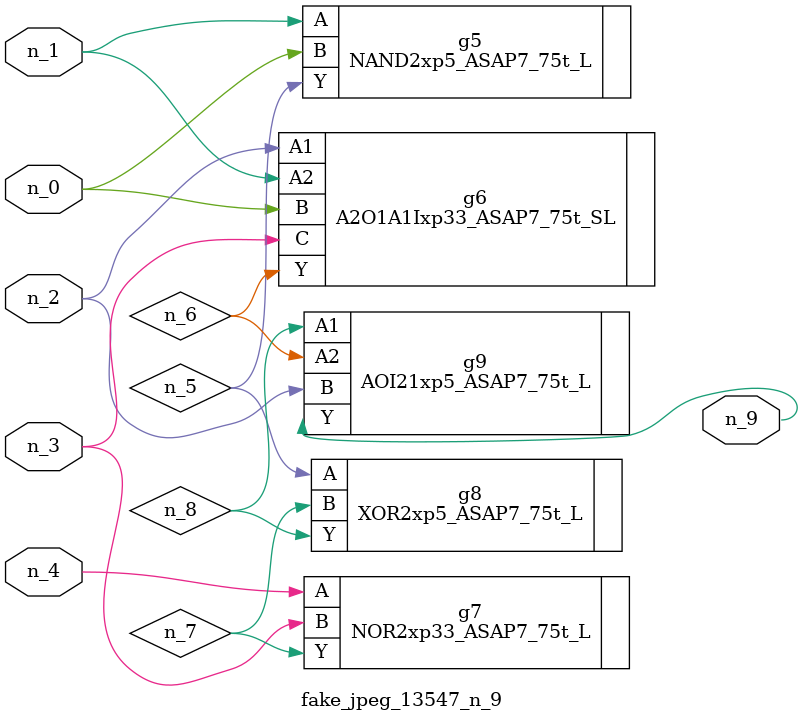
<source format=v>
module fake_jpeg_13547_n_9 (n_3, n_2, n_1, n_0, n_4, n_9);

input n_3;
input n_2;
input n_1;
input n_0;
input n_4;

output n_9;

wire n_8;
wire n_6;
wire n_5;
wire n_7;

NAND2xp5_ASAP7_75t_L g5 ( 
.A(n_1),
.B(n_0),
.Y(n_5)
);

A2O1A1Ixp33_ASAP7_75t_SL g6 ( 
.A1(n_2),
.A2(n_1),
.B(n_0),
.C(n_3),
.Y(n_6)
);

NOR2xp33_ASAP7_75t_L g7 ( 
.A(n_4),
.B(n_3),
.Y(n_7)
);

XOR2xp5_ASAP7_75t_L g8 ( 
.A(n_5),
.B(n_7),
.Y(n_8)
);

AOI21xp5_ASAP7_75t_L g9 ( 
.A1(n_8),
.A2(n_6),
.B(n_2),
.Y(n_9)
);


endmodule
</source>
